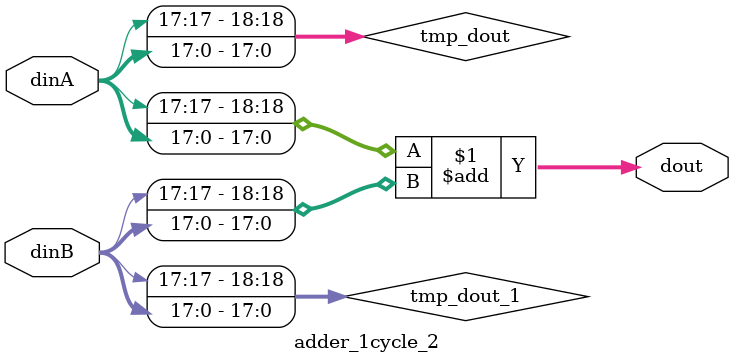
<source format=v>

`timescale 1ns/1ps 
module adder_1cycle_2 (
  input      [17:0]   dinA,
  input      [17:0]   dinB,
  output     [18:0]   dout
);

  wire       [18:0]   tmp_dout;
  wire       [18:0]   tmp_dout_1;

  assign tmp_dout = {dinA[17],dinA};
  assign tmp_dout_1 = {dinB[17],dinB};
  assign dout = ($signed(tmp_dout) + $signed(tmp_dout_1)); // @[adder_1cycle.scala 17:11]

endmodule

</source>
